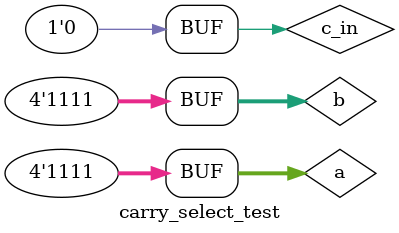
<source format=v>
`timescale 1ns / 1ps


module carry_select_test(
    );
    
    reg[3:0] a,b;
    reg c_in;
    wire[3:0] sum;
    wire c_out;
    
    carry_select_adder UUT(.a(a), .b(b), .c_in(c_in), .sum(sum), .c_out(c_out));
    
     initial
    begin
    
    a[0]=0; a[1]=0; a[2]=0; a[3]=0; b[0]=0; b[0]=0; b[1]=0; b[2]=0; b[3]=0; c_in = 1;
    #10 a[0]=1; a[1]=1;
    #10 a[2]=1; b[0]=1;
    #10 b[1]=1;
    #10 b[2]=1; a[3]=1; b[3]=1; c_in=0;
    #10 a[0]=0;a[1]=0;
    #10 a[0]=1; a[1]=1; 
    #10 b[0]=0; b[2]=1;
    
    #10 b[0]=1; 
    
    
    
    end
endmodule

</source>
